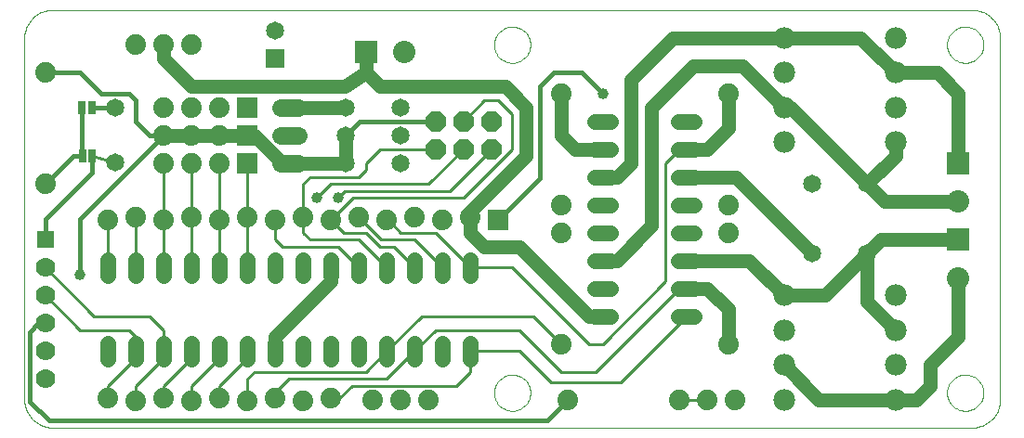
<source format=gtl>
G75*
%MOIN*%
%OFA0B0*%
%FSLAX24Y24*%
%IPPOS*%
%LPD*%
%AMOC8*
5,1,8,0,0,1.08239X$1,22.5*
%
%ADD10C,0.0000*%
%ADD11C,0.0560*%
%ADD12C,0.0740*%
%ADD13C,0.0640*%
%ADD14R,0.0740X0.0740*%
%ADD15C,0.0650*%
%ADD16R,0.0250X0.0500*%
%ADD17R,0.0634X0.0634*%
%ADD18C,0.0700*%
%ADD19C,0.0780*%
%ADD20OC8,0.0740*%
%ADD21R,0.0800X0.0800*%
%ADD22C,0.0800*%
%ADD23R,0.0650X0.0650*%
%ADD24C,0.0500*%
%ADD25C,0.0160*%
%ADD26C,0.0397*%
%ADD27C,0.0100*%
D10*
X001180Y000180D02*
X034180Y000180D01*
X034240Y000182D01*
X034301Y000187D01*
X034360Y000196D01*
X034419Y000209D01*
X034478Y000225D01*
X034535Y000245D01*
X034590Y000268D01*
X034645Y000295D01*
X034697Y000324D01*
X034748Y000357D01*
X034797Y000393D01*
X034843Y000431D01*
X034887Y000473D01*
X034929Y000517D01*
X034967Y000563D01*
X035003Y000612D01*
X035036Y000663D01*
X035065Y000715D01*
X035092Y000770D01*
X035115Y000825D01*
X035135Y000882D01*
X035151Y000941D01*
X035164Y001000D01*
X035173Y001059D01*
X035178Y001120D01*
X035180Y001180D01*
X035180Y014180D01*
X035178Y014240D01*
X035173Y014301D01*
X035164Y014360D01*
X035151Y014419D01*
X035135Y014478D01*
X035115Y014535D01*
X035092Y014590D01*
X035065Y014645D01*
X035036Y014697D01*
X035003Y014748D01*
X034967Y014797D01*
X034929Y014843D01*
X034887Y014887D01*
X034843Y014929D01*
X034797Y014967D01*
X034748Y015003D01*
X034697Y015036D01*
X034645Y015065D01*
X034590Y015092D01*
X034535Y015115D01*
X034478Y015135D01*
X034419Y015151D01*
X034360Y015164D01*
X034301Y015173D01*
X034240Y015178D01*
X034180Y015180D01*
X001180Y015180D01*
X001120Y015178D01*
X001059Y015173D01*
X001000Y015164D01*
X000941Y015151D01*
X000882Y015135D01*
X000825Y015115D01*
X000770Y015092D01*
X000715Y015065D01*
X000663Y015036D01*
X000612Y015003D01*
X000563Y014967D01*
X000517Y014929D01*
X000473Y014887D01*
X000431Y014843D01*
X000393Y014797D01*
X000357Y014748D01*
X000324Y014697D01*
X000295Y014645D01*
X000268Y014590D01*
X000245Y014535D01*
X000225Y014478D01*
X000209Y014419D01*
X000196Y014360D01*
X000187Y014301D01*
X000182Y014240D01*
X000180Y014180D01*
X000180Y001180D01*
X000182Y001120D01*
X000187Y001059D01*
X000196Y001000D01*
X000209Y000941D01*
X000225Y000882D01*
X000245Y000825D01*
X000268Y000770D01*
X000295Y000715D01*
X000324Y000663D01*
X000357Y000612D01*
X000393Y000563D01*
X000431Y000517D01*
X000473Y000473D01*
X000517Y000431D01*
X000563Y000393D01*
X000612Y000357D01*
X000663Y000324D01*
X000715Y000295D01*
X000770Y000268D01*
X000825Y000245D01*
X000882Y000225D01*
X000941Y000209D01*
X001000Y000196D01*
X001059Y000187D01*
X001120Y000182D01*
X001180Y000180D01*
X017030Y001430D02*
X017032Y001480D01*
X017038Y001530D01*
X017048Y001580D01*
X017061Y001628D01*
X017078Y001676D01*
X017099Y001722D01*
X017123Y001766D01*
X017151Y001808D01*
X017182Y001848D01*
X017216Y001885D01*
X017253Y001920D01*
X017292Y001951D01*
X017333Y001980D01*
X017377Y002005D01*
X017423Y002027D01*
X017470Y002045D01*
X017518Y002059D01*
X017567Y002070D01*
X017617Y002077D01*
X017667Y002080D01*
X017718Y002079D01*
X017768Y002074D01*
X017818Y002065D01*
X017866Y002053D01*
X017914Y002036D01*
X017960Y002016D01*
X018005Y001993D01*
X018048Y001966D01*
X018088Y001936D01*
X018126Y001903D01*
X018161Y001867D01*
X018194Y001828D01*
X018223Y001787D01*
X018249Y001744D01*
X018272Y001699D01*
X018291Y001652D01*
X018306Y001604D01*
X018318Y001555D01*
X018326Y001505D01*
X018330Y001455D01*
X018330Y001405D01*
X018326Y001355D01*
X018318Y001305D01*
X018306Y001256D01*
X018291Y001208D01*
X018272Y001161D01*
X018249Y001116D01*
X018223Y001073D01*
X018194Y001032D01*
X018161Y000993D01*
X018126Y000957D01*
X018088Y000924D01*
X018048Y000894D01*
X018005Y000867D01*
X017960Y000844D01*
X017914Y000824D01*
X017866Y000807D01*
X017818Y000795D01*
X017768Y000786D01*
X017718Y000781D01*
X017667Y000780D01*
X017617Y000783D01*
X017567Y000790D01*
X017518Y000801D01*
X017470Y000815D01*
X017423Y000833D01*
X017377Y000855D01*
X017333Y000880D01*
X017292Y000909D01*
X017253Y000940D01*
X017216Y000975D01*
X017182Y001012D01*
X017151Y001052D01*
X017123Y001094D01*
X017099Y001138D01*
X017078Y001184D01*
X017061Y001232D01*
X017048Y001280D01*
X017038Y001330D01*
X017032Y001380D01*
X017030Y001430D01*
X033280Y001430D02*
X033282Y001480D01*
X033288Y001530D01*
X033298Y001580D01*
X033311Y001628D01*
X033328Y001676D01*
X033349Y001722D01*
X033373Y001766D01*
X033401Y001808D01*
X033432Y001848D01*
X033466Y001885D01*
X033503Y001920D01*
X033542Y001951D01*
X033583Y001980D01*
X033627Y002005D01*
X033673Y002027D01*
X033720Y002045D01*
X033768Y002059D01*
X033817Y002070D01*
X033867Y002077D01*
X033917Y002080D01*
X033968Y002079D01*
X034018Y002074D01*
X034068Y002065D01*
X034116Y002053D01*
X034164Y002036D01*
X034210Y002016D01*
X034255Y001993D01*
X034298Y001966D01*
X034338Y001936D01*
X034376Y001903D01*
X034411Y001867D01*
X034444Y001828D01*
X034473Y001787D01*
X034499Y001744D01*
X034522Y001699D01*
X034541Y001652D01*
X034556Y001604D01*
X034568Y001555D01*
X034576Y001505D01*
X034580Y001455D01*
X034580Y001405D01*
X034576Y001355D01*
X034568Y001305D01*
X034556Y001256D01*
X034541Y001208D01*
X034522Y001161D01*
X034499Y001116D01*
X034473Y001073D01*
X034444Y001032D01*
X034411Y000993D01*
X034376Y000957D01*
X034338Y000924D01*
X034298Y000894D01*
X034255Y000867D01*
X034210Y000844D01*
X034164Y000824D01*
X034116Y000807D01*
X034068Y000795D01*
X034018Y000786D01*
X033968Y000781D01*
X033917Y000780D01*
X033867Y000783D01*
X033817Y000790D01*
X033768Y000801D01*
X033720Y000815D01*
X033673Y000833D01*
X033627Y000855D01*
X033583Y000880D01*
X033542Y000909D01*
X033503Y000940D01*
X033466Y000975D01*
X033432Y001012D01*
X033401Y001052D01*
X033373Y001094D01*
X033349Y001138D01*
X033328Y001184D01*
X033311Y001232D01*
X033298Y001280D01*
X033288Y001330D01*
X033282Y001380D01*
X033280Y001430D01*
X033280Y013930D02*
X033282Y013980D01*
X033288Y014030D01*
X033298Y014080D01*
X033311Y014128D01*
X033328Y014176D01*
X033349Y014222D01*
X033373Y014266D01*
X033401Y014308D01*
X033432Y014348D01*
X033466Y014385D01*
X033503Y014420D01*
X033542Y014451D01*
X033583Y014480D01*
X033627Y014505D01*
X033673Y014527D01*
X033720Y014545D01*
X033768Y014559D01*
X033817Y014570D01*
X033867Y014577D01*
X033917Y014580D01*
X033968Y014579D01*
X034018Y014574D01*
X034068Y014565D01*
X034116Y014553D01*
X034164Y014536D01*
X034210Y014516D01*
X034255Y014493D01*
X034298Y014466D01*
X034338Y014436D01*
X034376Y014403D01*
X034411Y014367D01*
X034444Y014328D01*
X034473Y014287D01*
X034499Y014244D01*
X034522Y014199D01*
X034541Y014152D01*
X034556Y014104D01*
X034568Y014055D01*
X034576Y014005D01*
X034580Y013955D01*
X034580Y013905D01*
X034576Y013855D01*
X034568Y013805D01*
X034556Y013756D01*
X034541Y013708D01*
X034522Y013661D01*
X034499Y013616D01*
X034473Y013573D01*
X034444Y013532D01*
X034411Y013493D01*
X034376Y013457D01*
X034338Y013424D01*
X034298Y013394D01*
X034255Y013367D01*
X034210Y013344D01*
X034164Y013324D01*
X034116Y013307D01*
X034068Y013295D01*
X034018Y013286D01*
X033968Y013281D01*
X033917Y013280D01*
X033867Y013283D01*
X033817Y013290D01*
X033768Y013301D01*
X033720Y013315D01*
X033673Y013333D01*
X033627Y013355D01*
X033583Y013380D01*
X033542Y013409D01*
X033503Y013440D01*
X033466Y013475D01*
X033432Y013512D01*
X033401Y013552D01*
X033373Y013594D01*
X033349Y013638D01*
X033328Y013684D01*
X033311Y013732D01*
X033298Y013780D01*
X033288Y013830D01*
X033282Y013880D01*
X033280Y013930D01*
X017030Y013930D02*
X017032Y013980D01*
X017038Y014030D01*
X017048Y014080D01*
X017061Y014128D01*
X017078Y014176D01*
X017099Y014222D01*
X017123Y014266D01*
X017151Y014308D01*
X017182Y014348D01*
X017216Y014385D01*
X017253Y014420D01*
X017292Y014451D01*
X017333Y014480D01*
X017377Y014505D01*
X017423Y014527D01*
X017470Y014545D01*
X017518Y014559D01*
X017567Y014570D01*
X017617Y014577D01*
X017667Y014580D01*
X017718Y014579D01*
X017768Y014574D01*
X017818Y014565D01*
X017866Y014553D01*
X017914Y014536D01*
X017960Y014516D01*
X018005Y014493D01*
X018048Y014466D01*
X018088Y014436D01*
X018126Y014403D01*
X018161Y014367D01*
X018194Y014328D01*
X018223Y014287D01*
X018249Y014244D01*
X018272Y014199D01*
X018291Y014152D01*
X018306Y014104D01*
X018318Y014055D01*
X018326Y014005D01*
X018330Y013955D01*
X018330Y013905D01*
X018326Y013855D01*
X018318Y013805D01*
X018306Y013756D01*
X018291Y013708D01*
X018272Y013661D01*
X018249Y013616D01*
X018223Y013573D01*
X018194Y013532D01*
X018161Y013493D01*
X018126Y013457D01*
X018088Y013424D01*
X018048Y013394D01*
X018005Y013367D01*
X017960Y013344D01*
X017914Y013324D01*
X017866Y013307D01*
X017818Y013295D01*
X017768Y013286D01*
X017718Y013281D01*
X017667Y013280D01*
X017617Y013283D01*
X017567Y013290D01*
X017518Y013301D01*
X017470Y013315D01*
X017423Y013333D01*
X017377Y013355D01*
X017333Y013380D01*
X017292Y013409D01*
X017253Y013440D01*
X017216Y013475D01*
X017182Y013512D01*
X017151Y013552D01*
X017123Y013594D01*
X017099Y013638D01*
X017078Y013684D01*
X017061Y013732D01*
X017048Y013780D01*
X017038Y013830D01*
X017032Y013880D01*
X017030Y013930D01*
D11*
X020650Y011180D02*
X021210Y011180D01*
X021210Y010180D02*
X020650Y010180D01*
X020650Y009180D02*
X021210Y009180D01*
X021210Y008180D02*
X020650Y008180D01*
X020650Y007180D02*
X021210Y007180D01*
X021210Y006180D02*
X020650Y006180D01*
X020650Y005180D02*
X021210Y005180D01*
X021210Y004180D02*
X020650Y004180D01*
X023650Y004180D02*
X024210Y004180D01*
X024210Y005180D02*
X023650Y005180D01*
X023650Y006180D02*
X024210Y006180D01*
X024210Y007180D02*
X023650Y007180D01*
X023650Y008180D02*
X024210Y008180D01*
X024210Y009180D02*
X023650Y009180D01*
X023650Y010180D02*
X024210Y010180D01*
X024210Y011180D02*
X023650Y011180D01*
X016180Y006210D02*
X016180Y005650D01*
X015180Y005650D02*
X015180Y006210D01*
X014180Y006210D02*
X014180Y005650D01*
X013180Y005650D02*
X013180Y006210D01*
X012180Y006210D02*
X012180Y005650D01*
X011180Y005650D02*
X011180Y006210D01*
X010180Y006210D02*
X010180Y005650D01*
X009180Y005650D02*
X009180Y006210D01*
X008180Y006210D02*
X008180Y005650D01*
X007180Y005650D02*
X007180Y006210D01*
X006180Y006210D02*
X006180Y005650D01*
X005180Y005650D02*
X005180Y006210D01*
X004180Y006210D02*
X004180Y005650D01*
X003180Y005650D02*
X003180Y006210D01*
X003180Y003210D02*
X003180Y002650D01*
X004180Y002650D02*
X004180Y003210D01*
X005180Y003210D02*
X005180Y002650D01*
X006180Y002650D02*
X006180Y003210D01*
X007180Y003210D02*
X007180Y002650D01*
X008180Y002650D02*
X008180Y003210D01*
X009180Y003210D02*
X009180Y002650D01*
X010180Y002650D02*
X010180Y003210D01*
X011180Y003210D02*
X011180Y002650D01*
X012180Y002650D02*
X012180Y003210D01*
X013180Y003210D02*
X013180Y002650D01*
X014180Y002650D02*
X014180Y003210D01*
X015180Y003210D02*
X015180Y002650D01*
X016180Y002650D02*
X016180Y003210D01*
D12*
X019430Y003180D03*
X019680Y001180D03*
X023680Y001180D03*
X024680Y001180D03*
X025680Y001180D03*
X025430Y003180D03*
X025430Y007180D03*
X025430Y008180D03*
X019430Y008180D03*
X019430Y007180D03*
X016180Y007730D03*
X015180Y007630D03*
X014180Y007730D03*
X013180Y007630D03*
X012180Y007730D03*
X011180Y007630D03*
X010180Y007730D03*
X009180Y007630D03*
X008180Y007730D03*
X007180Y007630D03*
X006180Y007730D03*
X005180Y007630D03*
X004180Y007730D03*
X003180Y007630D03*
X000930Y008930D03*
X005180Y009680D03*
X006180Y009680D03*
X007180Y009680D03*
X007180Y010680D03*
X006180Y010680D03*
X005180Y010680D03*
X005180Y011680D03*
X006180Y011680D03*
X007180Y011680D03*
X006180Y013930D03*
X005180Y013930D03*
X004180Y013930D03*
X000930Y012930D03*
X019430Y012180D03*
X025430Y012180D03*
X011180Y001230D03*
X010180Y001130D03*
X009180Y001230D03*
X008180Y001130D03*
X007180Y001230D03*
X006180Y001130D03*
X005180Y001230D03*
X004180Y001130D03*
X003180Y001230D03*
X012680Y001180D03*
X013680Y001180D03*
X014680Y001180D03*
D13*
X010000Y009680D02*
X009360Y009680D01*
X009360Y010680D02*
X010000Y010680D01*
X010000Y011680D02*
X009360Y011680D01*
D14*
X008180Y011680D03*
X008180Y010680D03*
X008180Y009680D03*
X017180Y007630D03*
D15*
X013664Y009680D03*
X011696Y009680D03*
X011696Y010680D03*
X013664Y010680D03*
X013664Y011680D03*
X011696Y011680D03*
X009180Y014430D03*
X003430Y011664D03*
X003430Y009696D03*
X028446Y008930D03*
X030414Y008930D03*
X030414Y006430D03*
X028446Y006430D03*
D16*
X002592Y009930D03*
X002268Y009930D03*
X002253Y011680D03*
X002607Y011680D03*
D17*
X000930Y006930D03*
D18*
X000930Y005930D03*
X000930Y004930D03*
X000930Y003930D03*
X000930Y002930D03*
X000930Y001930D03*
D19*
X027430Y002430D03*
X027430Y001180D03*
X031430Y001180D03*
X031430Y002430D03*
X031430Y003680D03*
X031430Y004930D03*
X027430Y004930D03*
X027430Y003680D03*
X027430Y010430D03*
X027430Y011680D03*
X027430Y012930D03*
X027430Y014180D03*
X031430Y014180D03*
X031430Y012930D03*
X031430Y011680D03*
X031430Y010430D03*
D20*
X016930Y010180D03*
X015930Y010180D03*
X014930Y010180D03*
X014930Y011180D03*
X015930Y011180D03*
X016930Y011180D03*
D21*
X012430Y013680D03*
X033680Y009680D03*
X033680Y006930D03*
D22*
X033680Y008302D03*
X033680Y005552D03*
X013808Y013680D03*
D23*
X009180Y013430D03*
D24*
X011680Y012430D02*
X006180Y012430D01*
X005180Y013430D01*
X005180Y013930D01*
X009680Y011680D02*
X011696Y011680D01*
X011680Y012430D02*
X012430Y012930D01*
X012430Y013680D01*
X012430Y012930D02*
X012930Y012430D01*
X017430Y012430D01*
X018180Y011680D01*
X018180Y009930D01*
X016180Y007930D01*
X016180Y007730D01*
X016180Y007180D01*
X016680Y006680D01*
X017930Y006680D01*
X020430Y004180D01*
X020930Y004180D01*
X023930Y005180D02*
X024680Y005180D01*
X025430Y004430D01*
X025430Y003180D01*
X027430Y002430D02*
X028680Y001180D01*
X031430Y001180D01*
X032180Y001180D01*
X032680Y001680D01*
X032680Y002430D01*
X033680Y003430D01*
X033680Y005552D01*
X033680Y006930D02*
X030914Y006930D01*
X030414Y006430D01*
X028914Y004930D01*
X027430Y004930D01*
X026180Y006180D01*
X023930Y006180D01*
X022680Y007430D02*
X021430Y006180D01*
X020930Y006180D01*
X022680Y007430D02*
X022680Y011680D01*
X024180Y013180D01*
X025930Y013180D01*
X027430Y011680D01*
X027680Y011680D01*
X030680Y008680D01*
X030414Y008930D02*
X031430Y009946D01*
X031430Y010430D01*
X033680Y009680D02*
X033680Y012180D01*
X032930Y012930D01*
X031430Y012930D01*
X030180Y014180D01*
X027430Y014180D01*
X023430Y014180D01*
X021930Y012680D01*
X021930Y009680D01*
X021430Y009180D01*
X020930Y009180D01*
X020930Y010180D02*
X019930Y010180D01*
X019430Y010680D01*
X019430Y012180D01*
X023930Y010180D02*
X024680Y010180D01*
X025430Y010930D01*
X025430Y012180D01*
X025696Y009180D02*
X023930Y009180D01*
X025696Y009180D02*
X028446Y006430D01*
X030414Y006430D02*
X030414Y004696D01*
X031430Y003680D01*
X031042Y008302D02*
X030414Y008930D01*
X031042Y008302D02*
X033680Y008302D01*
X011696Y009680D02*
X011696Y010680D01*
X011696Y009680D02*
X009680Y009680D01*
X009430Y009680D01*
X008430Y010680D01*
X008180Y010680D01*
X007180Y010680D01*
X006180Y010680D01*
X005180Y010680D01*
X011180Y005930D02*
X011180Y005430D01*
X009180Y003430D01*
X009180Y002930D01*
D25*
X001055Y000430D02*
X018930Y000430D01*
X019680Y001180D01*
X017180Y007630D02*
X018680Y009130D01*
X018680Y012430D01*
X019180Y012930D01*
X020180Y012930D01*
X020930Y012180D01*
X014930Y011180D02*
X012196Y011180D01*
X011696Y010680D01*
X005180Y010680D02*
X002180Y007680D01*
X002180Y005680D01*
X000930Y006930D02*
X000930Y007680D01*
X002592Y009342D01*
X002592Y009930D01*
X002268Y009930D02*
X002253Y009945D01*
X002253Y011680D01*
X002607Y011680D02*
X003414Y011680D01*
X003430Y011664D01*
X003930Y012180D02*
X004180Y011930D01*
X004180Y011180D01*
X004680Y010680D01*
X005180Y010680D01*
X002268Y009930D02*
X001930Y009930D01*
X000930Y008930D01*
X002930Y012180D02*
X003930Y012180D01*
X002930Y012180D02*
X002180Y012930D01*
X000930Y012930D01*
X000930Y003930D02*
X000680Y003930D01*
X000368Y003618D01*
X000368Y001118D01*
X001055Y000430D01*
D26*
X002180Y005680D03*
X010680Y008430D03*
X011430Y008430D03*
X020930Y012180D03*
D27*
X017680Y011430D02*
X017680Y010180D01*
X015930Y008430D01*
X011980Y008430D01*
X011180Y007630D01*
X011630Y007180D01*
X012430Y007180D01*
X012930Y006680D01*
X013430Y006680D01*
X014180Y005930D01*
X014180Y006930D02*
X015180Y005930D01*
X016180Y005930D02*
X017680Y005930D01*
X020430Y003180D01*
X020930Y003180D01*
X023180Y005430D01*
X023180Y009680D01*
X023680Y010180D01*
X023930Y010180D01*
X017680Y011430D02*
X017180Y011930D01*
X016680Y011930D01*
X015930Y011180D01*
X015930Y010180D02*
X014680Y008930D01*
X011180Y008930D01*
X010680Y008430D01*
X011430Y008430D02*
X011680Y008680D01*
X015430Y008680D01*
X016930Y010180D01*
X014930Y010180D02*
X012930Y010180D01*
X012430Y009680D01*
X012430Y009430D01*
X012180Y009180D01*
X010430Y009180D01*
X010180Y008930D01*
X010180Y007730D01*
X010180Y007180D01*
X010430Y006930D01*
X012180Y006930D01*
X013180Y005930D01*
X012180Y005930D02*
X011430Y006680D01*
X009430Y006680D01*
X009180Y006930D01*
X009180Y007630D01*
X008180Y007730D02*
X008180Y005930D01*
X007180Y005930D02*
X007180Y007630D01*
X007180Y009680D01*
X006180Y009680D02*
X006180Y007730D01*
X006180Y005930D01*
X005180Y005930D02*
X005180Y007630D01*
X005180Y009680D01*
X003430Y009696D02*
X002608Y009946D01*
X002592Y009930D01*
X000930Y008930D02*
X000930Y008680D01*
X003180Y007630D02*
X003180Y005930D01*
X004180Y005930D02*
X004180Y007730D01*
X000930Y005930D02*
X002680Y004180D01*
X004680Y004180D01*
X005180Y003680D01*
X005180Y002930D01*
X005180Y002680D01*
X004180Y001680D01*
X004180Y001130D01*
X003180Y001230D02*
X003180Y001680D01*
X004180Y002680D01*
X004180Y002930D01*
X004180Y003430D01*
X003930Y003680D01*
X002180Y003680D01*
X000930Y004930D01*
X005180Y001680D02*
X006180Y002680D01*
X006180Y002930D01*
X007180Y002930D02*
X007180Y002680D01*
X006180Y001680D01*
X006180Y001130D01*
X005180Y001230D02*
X005180Y001680D01*
X007180Y001680D02*
X007180Y001230D01*
X007180Y001680D02*
X008180Y002680D01*
X008180Y002930D01*
X008430Y002180D02*
X012430Y002180D01*
X013180Y002930D01*
X014430Y004180D01*
X018430Y004180D01*
X019430Y003180D01*
X019430Y002180D02*
X017930Y003680D01*
X014930Y003680D01*
X014180Y002930D01*
X013180Y001930D01*
X009680Y001930D01*
X009180Y001430D01*
X009180Y001230D01*
X008180Y001130D02*
X008180Y001930D01*
X008430Y002180D01*
X011180Y001230D02*
X011480Y001230D01*
X011930Y001680D01*
X015680Y001680D01*
X016180Y002180D01*
X016180Y002930D01*
X017930Y002930D01*
X019055Y001805D01*
X021555Y001805D01*
X023930Y004180D01*
X023930Y005180D02*
X023680Y005180D01*
X020680Y002180D01*
X019430Y002180D01*
X023680Y001180D02*
X024680Y001180D01*
X016180Y005930D02*
X014930Y007180D01*
X013680Y007180D01*
X013230Y007630D01*
X013180Y007630D01*
X012980Y006930D02*
X012180Y007730D01*
X012980Y006930D02*
X014180Y006930D01*
X008180Y007730D02*
X008180Y009680D01*
M02*

</source>
